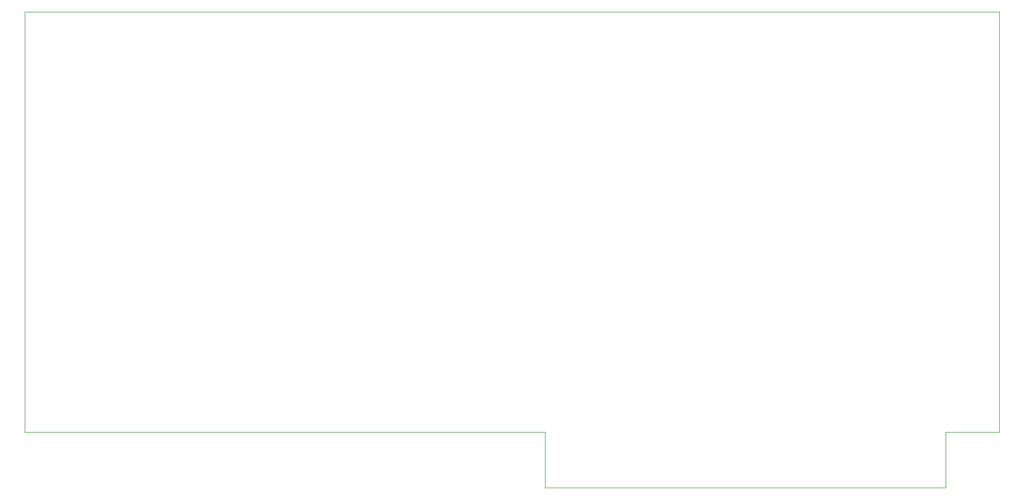
<source format=gbr>
G04 #@! TF.GenerationSoftware,KiCad,Pcbnew,(6.0.2)*
G04 #@! TF.CreationDate,2022-06-15T10:48:40-05:00*
G04 #@! TF.ProjectId,Apple2Card,4170706c-6532-4436-9172-642e6b696361,rev?*
G04 #@! TF.SameCoordinates,Original*
G04 #@! TF.FileFunction,Profile,NP*
%FSLAX46Y46*%
G04 Gerber Fmt 4.6, Leading zero omitted, Abs format (unit mm)*
G04 Created by KiCad (PCBNEW (6.0.2)) date 2022-06-15 10:48:40*
%MOMM*%
%LPD*%
G01*
G04 APERTURE LIST*
G04 #@! TA.AperFunction,Profile*
%ADD10C,0.100000*%
G04 #@! TD*
G04 APERTURE END LIST*
D10*
X184277000Y-94488000D02*
X193040000Y-94488000D01*
X118491000Y-103632000D02*
X184277000Y-103632000D01*
X33020000Y-94488000D02*
X118491000Y-94488000D01*
X118491000Y-94488000D02*
X118491000Y-103632000D01*
X193040000Y-25400000D02*
X33020000Y-25400000D01*
X33020000Y-25400000D02*
X33020000Y-94488000D01*
X184277000Y-103632000D02*
X184277000Y-94488000D01*
X193040000Y-94488000D02*
X193040000Y-25400000D01*
M02*

</source>
